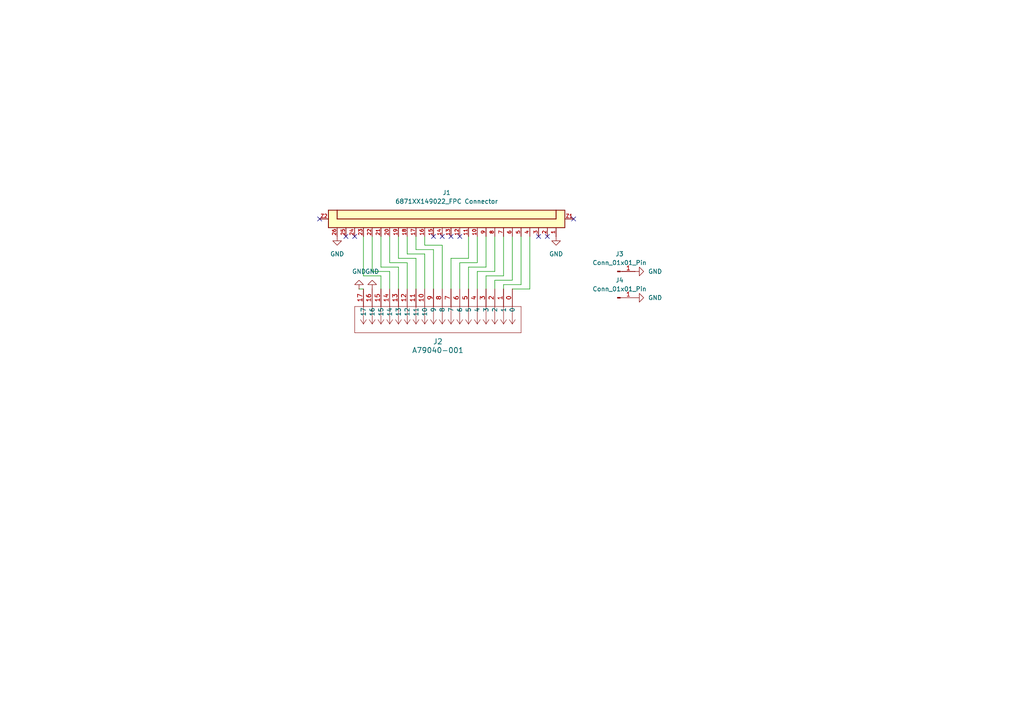
<source format=kicad_sch>
(kicad_sch
	(version 20250114)
	(generator "eeschema")
	(generator_version "9.0")
	(uuid "2c162d72-7e54-44b7-8007-614555c19f92")
	(paper "A4")
	(lib_symbols
		(symbol "18pin omnetics:A79040-001"
			(pin_names
				(offset 0.254)
			)
			(exclude_from_sim no)
			(in_bom yes)
			(on_board yes)
			(property "Reference" "J2"
				(at 15.24 -21.59 90)
				(effects
					(font
						(size 1.524 1.524)
					)
				)
			)
			(property "Value" "A79040-001"
				(at 17.78 -21.59 90)
				(effects
					(font
						(size 1.524 1.524)
					)
				)
			)
			(property "Footprint" "18pinOmnetics:CONN18_NPD-18-AA_OMN"
				(at 1.27 5.08 0)
				(effects
					(font
						(size 1.27 1.27)
						(italic yes)
					)
					(hide yes)
				)
			)
			(property "Datasheet" "A79040-001"
				(at 0 0 0)
				(effects
					(font
						(size 1.27 1.27)
						(italic yes)
					)
					(hide yes)
				)
			)
			(property "Description" ""
				(at 0 0 0)
				(effects
					(font
						(size 1.27 1.27)
					)
					(hide yes)
				)
			)
			(property "ki_locked" ""
				(at 0 0 0)
				(effects
					(font
						(size 1.27 1.27)
					)
				)
			)
			(property "ki_keywords" "A79040-001"
				(at 0 0 0)
				(effects
					(font
						(size 1.27 1.27)
					)
					(hide yes)
				)
			)
			(property "ki_fp_filters" "CONN18_NPD-18-AA_OMN"
				(at 0 0 0)
				(effects
					(font
						(size 1.27 1.27)
					)
					(hide yes)
				)
			)
			(symbol "A79040-001_1_1"
				(polyline
					(pts
						(xy 5.08 2.54) (xy 5.08 -45.72)
					)
					(stroke
						(width 0.127)
						(type default)
					)
					(fill
						(type none)
					)
				)
				(polyline
					(pts
						(xy 5.08 -45.72) (xy 12.7 -45.72)
					)
					(stroke
						(width 0.127)
						(type default)
					)
					(fill
						(type none)
					)
				)
				(polyline
					(pts
						(xy 10.16 0) (xy 5.08 0)
					)
					(stroke
						(width 0.127)
						(type default)
					)
					(fill
						(type none)
					)
				)
				(polyline
					(pts
						(xy 10.16 0) (xy 8.89 0.8467)
					)
					(stroke
						(width 0.127)
						(type default)
					)
					(fill
						(type none)
					)
				)
				(polyline
					(pts
						(xy 10.16 0) (xy 8.89 -0.8467)
					)
					(stroke
						(width 0.127)
						(type default)
					)
					(fill
						(type none)
					)
				)
				(polyline
					(pts
						(xy 10.16 -2.54) (xy 5.08 -2.54)
					)
					(stroke
						(width 0.127)
						(type default)
					)
					(fill
						(type none)
					)
				)
				(polyline
					(pts
						(xy 10.16 -2.54) (xy 8.89 -1.6933)
					)
					(stroke
						(width 0.127)
						(type default)
					)
					(fill
						(type none)
					)
				)
				(polyline
					(pts
						(xy 10.16 -2.54) (xy 8.89 -3.3867)
					)
					(stroke
						(width 0.127)
						(type default)
					)
					(fill
						(type none)
					)
				)
				(polyline
					(pts
						(xy 10.16 -5.08) (xy 5.08 -5.08)
					)
					(stroke
						(width 0.127)
						(type default)
					)
					(fill
						(type none)
					)
				)
				(polyline
					(pts
						(xy 10.16 -5.08) (xy 8.89 -4.2333)
					)
					(stroke
						(width 0.127)
						(type default)
					)
					(fill
						(type none)
					)
				)
				(polyline
					(pts
						(xy 10.16 -5.08) (xy 8.89 -5.9267)
					)
					(stroke
						(width 0.127)
						(type default)
					)
					(fill
						(type none)
					)
				)
				(polyline
					(pts
						(xy 10.16 -7.62) (xy 5.08 -7.62)
					)
					(stroke
						(width 0.127)
						(type default)
					)
					(fill
						(type none)
					)
				)
				(polyline
					(pts
						(xy 10.16 -7.62) (xy 8.89 -6.7733)
					)
					(stroke
						(width 0.127)
						(type default)
					)
					(fill
						(type none)
					)
				)
				(polyline
					(pts
						(xy 10.16 -7.62) (xy 8.89 -8.4667)
					)
					(stroke
						(width 0.127)
						(type default)
					)
					(fill
						(type none)
					)
				)
				(polyline
					(pts
						(xy 10.16 -10.16) (xy 5.08 -10.16)
					)
					(stroke
						(width 0.127)
						(type default)
					)
					(fill
						(type none)
					)
				)
				(polyline
					(pts
						(xy 10.16 -10.16) (xy 8.89 -9.3133)
					)
					(stroke
						(width 0.127)
						(type default)
					)
					(fill
						(type none)
					)
				)
				(polyline
					(pts
						(xy 10.16 -10.16) (xy 8.89 -11.0067)
					)
					(stroke
						(width 0.127)
						(type default)
					)
					(fill
						(type none)
					)
				)
				(polyline
					(pts
						(xy 10.16 -12.7) (xy 5.08 -12.7)
					)
					(stroke
						(width 0.127)
						(type default)
					)
					(fill
						(type none)
					)
				)
				(polyline
					(pts
						(xy 10.16 -12.7) (xy 8.89 -11.8533)
					)
					(stroke
						(width 0.127)
						(type default)
					)
					(fill
						(type none)
					)
				)
				(polyline
					(pts
						(xy 10.16 -12.7) (xy 8.89 -13.5467)
					)
					(stroke
						(width 0.127)
						(type default)
					)
					(fill
						(type none)
					)
				)
				(polyline
					(pts
						(xy 10.16 -15.24) (xy 5.08 -15.24)
					)
					(stroke
						(width 0.127)
						(type default)
					)
					(fill
						(type none)
					)
				)
				(polyline
					(pts
						(xy 10.16 -15.24) (xy 8.89 -14.3933)
					)
					(stroke
						(width 0.127)
						(type default)
					)
					(fill
						(type none)
					)
				)
				(polyline
					(pts
						(xy 10.16 -15.24) (xy 8.89 -16.0867)
					)
					(stroke
						(width 0.127)
						(type default)
					)
					(fill
						(type none)
					)
				)
				(polyline
					(pts
						(xy 10.16 -17.78) (xy 5.08 -17.78)
					)
					(stroke
						(width 0.127)
						(type default)
					)
					(fill
						(type none)
					)
				)
				(polyline
					(pts
						(xy 10.16 -17.78) (xy 8.89 -16.9333)
					)
					(stroke
						(width 0.127)
						(type default)
					)
					(fill
						(type none)
					)
				)
				(polyline
					(pts
						(xy 10.16 -17.78) (xy 8.89 -18.6267)
					)
					(stroke
						(width 0.127)
						(type default)
					)
					(fill
						(type none)
					)
				)
				(polyline
					(pts
						(xy 10.16 -20.32) (xy 5.08 -20.32)
					)
					(stroke
						(width 0.127)
						(type default)
					)
					(fill
						(type none)
					)
				)
				(polyline
					(pts
						(xy 10.16 -20.32) (xy 8.89 -19.4733)
					)
					(stroke
						(width 0.127)
						(type default)
					)
					(fill
						(type none)
					)
				)
				(polyline
					(pts
						(xy 10.16 -20.32) (xy 8.89 -21.1667)
					)
					(stroke
						(width 0.127)
						(type default)
					)
					(fill
						(type none)
					)
				)
				(polyline
					(pts
						(xy 10.16 -22.86) (xy 5.08 -22.86)
					)
					(stroke
						(width 0.127)
						(type default)
					)
					(fill
						(type none)
					)
				)
				(polyline
					(pts
						(xy 10.16 -22.86) (xy 8.89 -22.0133)
					)
					(stroke
						(width 0.127)
						(type default)
					)
					(fill
						(type none)
					)
				)
				(polyline
					(pts
						(xy 10.16 -22.86) (xy 8.89 -23.7067)
					)
					(stroke
						(width 0.127)
						(type default)
					)
					(fill
						(type none)
					)
				)
				(polyline
					(pts
						(xy 10.16 -25.4) (xy 5.08 -25.4)
					)
					(stroke
						(width 0.127)
						(type default)
					)
					(fill
						(type none)
					)
				)
				(polyline
					(pts
						(xy 10.16 -25.4) (xy 8.89 -24.5533)
					)
					(stroke
						(width 0.127)
						(type default)
					)
					(fill
						(type none)
					)
				)
				(polyline
					(pts
						(xy 10.16 -25.4) (xy 8.89 -26.2467)
					)
					(stroke
						(width 0.127)
						(type default)
					)
					(fill
						(type none)
					)
				)
				(polyline
					(pts
						(xy 10.16 -27.94) (xy 5.08 -27.94)
					)
					(stroke
						(width 0.127)
						(type default)
					)
					(fill
						(type none)
					)
				)
				(polyline
					(pts
						(xy 10.16 -27.94) (xy 8.89 -27.0933)
					)
					(stroke
						(width 0.127)
						(type default)
					)
					(fill
						(type none)
					)
				)
				(polyline
					(pts
						(xy 10.16 -27.94) (xy 8.89 -28.7867)
					)
					(stroke
						(width 0.127)
						(type default)
					)
					(fill
						(type none)
					)
				)
				(polyline
					(pts
						(xy 10.16 -30.48) (xy 5.08 -30.48)
					)
					(stroke
						(width 0.127)
						(type default)
					)
					(fill
						(type none)
					)
				)
				(polyline
					(pts
						(xy 10.16 -30.48) (xy 8.89 -29.6333)
					)
					(stroke
						(width 0.127)
						(type default)
					)
					(fill
						(type none)
					)
				)
				(polyline
					(pts
						(xy 10.16 -30.48) (xy 8.89 -31.3267)
					)
					(stroke
						(width 0.127)
						(type default)
					)
					(fill
						(type none)
					)
				)
				(polyline
					(pts
						(xy 10.16 -33.02) (xy 5.08 -33.02)
					)
					(stroke
						(width 0.127)
						(type default)
					)
					(fill
						(type none)
					)
				)
				(polyline
					(pts
						(xy 10.16 -33.02) (xy 8.89 -32.1733)
					)
					(stroke
						(width 0.127)
						(type default)
					)
					(fill
						(type none)
					)
				)
				(polyline
					(pts
						(xy 10.16 -33.02) (xy 8.89 -33.8667)
					)
					(stroke
						(width 0.127)
						(type default)
					)
					(fill
						(type none)
					)
				)
				(polyline
					(pts
						(xy 10.16 -35.56) (xy 5.08 -35.56)
					)
					(stroke
						(width 0.127)
						(type default)
					)
					(fill
						(type none)
					)
				)
				(polyline
					(pts
						(xy 10.16 -35.56) (xy 8.89 -34.7133)
					)
					(stroke
						(width 0.127)
						(type default)
					)
					(fill
						(type none)
					)
				)
				(polyline
					(pts
						(xy 10.16 -35.56) (xy 8.89 -36.4067)
					)
					(stroke
						(width 0.127)
						(type default)
					)
					(fill
						(type none)
					)
				)
				(polyline
					(pts
						(xy 10.16 -38.1) (xy 5.08 -38.1)
					)
					(stroke
						(width 0.127)
						(type default)
					)
					(fill
						(type none)
					)
				)
				(polyline
					(pts
						(xy 10.16 -38.1) (xy 8.89 -37.2533)
					)
					(stroke
						(width 0.127)
						(type default)
					)
					(fill
						(type none)
					)
				)
				(polyline
					(pts
						(xy 10.16 -38.1) (xy 8.89 -38.9467)
					)
					(stroke
						(width 0.127)
						(type default)
					)
					(fill
						(type none)
					)
				)
				(polyline
					(pts
						(xy 10.16 -40.64) (xy 5.08 -40.64)
					)
					(stroke
						(width 0.127)
						(type default)
					)
					(fill
						(type none)
					)
				)
				(polyline
					(pts
						(xy 10.16 -40.64) (xy 8.89 -39.7933)
					)
					(stroke
						(width 0.127)
						(type default)
					)
					(fill
						(type none)
					)
				)
				(polyline
					(pts
						(xy 10.16 -40.64) (xy 8.89 -41.4867)
					)
					(stroke
						(width 0.127)
						(type default)
					)
					(fill
						(type none)
					)
				)
				(polyline
					(pts
						(xy 10.16 -43.18) (xy 5.08 -43.18)
					)
					(stroke
						(width 0.127)
						(type default)
					)
					(fill
						(type none)
					)
				)
				(polyline
					(pts
						(xy 10.16 -43.18) (xy 8.89 -42.3333)
					)
					(stroke
						(width 0.127)
						(type default)
					)
					(fill
						(type none)
					)
				)
				(polyline
					(pts
						(xy 10.16 -43.18) (xy 8.89 -44.0267)
					)
					(stroke
						(width 0.127)
						(type default)
					)
					(fill
						(type none)
					)
				)
				(polyline
					(pts
						(xy 12.7 2.54) (xy 5.08 2.54)
					)
					(stroke
						(width 0.127)
						(type default)
					)
					(fill
						(type none)
					)
				)
				(polyline
					(pts
						(xy 12.7 -45.72) (xy 12.7 2.54)
					)
					(stroke
						(width 0.127)
						(type default)
					)
					(fill
						(type none)
					)
				)
				(pin unspecified line
					(at 0 0 0)
					(length 5.08)
					(name "0"
						(effects
							(font
								(size 1.27 1.27)
							)
						)
					)
					(number "0"
						(effects
							(font
								(size 1.27 1.27)
							)
						)
					)
				)
				(pin unspecified line
					(at 0 -2.54 0)
					(length 5.08)
					(name "1"
						(effects
							(font
								(size 1.27 1.27)
							)
						)
					)
					(number "1"
						(effects
							(font
								(size 1.27 1.27)
							)
						)
					)
				)
				(pin unspecified line
					(at 0 -5.08 0)
					(length 5.08)
					(name "2"
						(effects
							(font
								(size 1.27 1.27)
							)
						)
					)
					(number "2"
						(effects
							(font
								(size 1.27 1.27)
							)
						)
					)
				)
				(pin unspecified line
					(at 0 -7.62 0)
					(length 5.08)
					(name "3"
						(effects
							(font
								(size 1.27 1.27)
							)
						)
					)
					(number "3"
						(effects
							(font
								(size 1.27 1.27)
							)
						)
					)
				)
				(pin unspecified line
					(at 0 -10.16 0)
					(length 5.08)
					(name "4"
						(effects
							(font
								(size 1.27 1.27)
							)
						)
					)
					(number "4"
						(effects
							(font
								(size 1.27 1.27)
							)
						)
					)
				)
				(pin unspecified line
					(at 0 -12.7 0)
					(length 5.08)
					(name "5"
						(effects
							(font
								(size 1.27 1.27)
							)
						)
					)
					(number "5"
						(effects
							(font
								(size 1.27 1.27)
							)
						)
					)
				)
				(pin unspecified line
					(at 0 -15.24 0)
					(length 5.08)
					(name "6"
						(effects
							(font
								(size 1.27 1.27)
							)
						)
					)
					(number "6"
						(effects
							(font
								(size 1.27 1.27)
							)
						)
					)
				)
				(pin unspecified line
					(at 0 -17.78 0)
					(length 5.08)
					(name "7"
						(effects
							(font
								(size 1.27 1.27)
							)
						)
					)
					(number "7"
						(effects
							(font
								(size 1.27 1.27)
							)
						)
					)
				)
				(pin unspecified line
					(at 0 -20.32 0)
					(length 5.08)
					(name "8"
						(effects
							(font
								(size 1.27 1.27)
							)
						)
					)
					(number "8"
						(effects
							(font
								(size 1.27 1.27)
							)
						)
					)
				)
				(pin unspecified line
					(at 0 -22.86 0)
					(length 5.08)
					(name "9"
						(effects
							(font
								(size 1.27 1.27)
							)
						)
					)
					(number "9"
						(effects
							(font
								(size 1.27 1.27)
							)
						)
					)
				)
				(pin unspecified line
					(at 0 -25.4 0)
					(length 5.08)
					(name "10"
						(effects
							(font
								(size 1.27 1.27)
							)
						)
					)
					(number "10"
						(effects
							(font
								(size 1.27 1.27)
							)
						)
					)
				)
				(pin unspecified line
					(at 0 -27.94 0)
					(length 5.08)
					(name "11"
						(effects
							(font
								(size 1.27 1.27)
							)
						)
					)
					(number "11"
						(effects
							(font
								(size 1.27 1.27)
							)
						)
					)
				)
				(pin unspecified line
					(at 0 -30.48 0)
					(length 5.08)
					(name "12"
						(effects
							(font
								(size 1.27 1.27)
							)
						)
					)
					(number "12"
						(effects
							(font
								(size 1.27 1.27)
							)
						)
					)
				)
				(pin unspecified line
					(at 0 -33.02 0)
					(length 5.08)
					(name "13"
						(effects
							(font
								(size 1.27 1.27)
							)
						)
					)
					(number "13"
						(effects
							(font
								(size 1.27 1.27)
							)
						)
					)
				)
				(pin unspecified line
					(at 0 -35.56 0)
					(length 5.08)
					(name "14"
						(effects
							(font
								(size 1.27 1.27)
							)
						)
					)
					(number "14"
						(effects
							(font
								(size 1.27 1.27)
							)
						)
					)
				)
				(pin unspecified line
					(at 0 -38.1 0)
					(length 5.08)
					(name "15"
						(effects
							(font
								(size 1.27 1.27)
							)
						)
					)
					(number "15"
						(effects
							(font
								(size 1.27 1.27)
							)
						)
					)
				)
				(pin unspecified line
					(at 0 -40.64 0)
					(length 5.08)
					(name "16"
						(effects
							(font
								(size 1.27 1.27)
							)
						)
					)
					(number "16"
						(effects
							(font
								(size 1.27 1.27)
							)
						)
					)
				)
				(pin unspecified line
					(at 0 -43.18 0)
					(length 5.08)
					(name "17"
						(effects
							(font
								(size 1.27 1.27)
							)
						)
					)
					(number "17"
						(effects
							(font
								(size 1.27 1.27)
							)
						)
					)
				)
			)
			(symbol "A79040-001_1_2"
				(polyline
					(pts
						(xy 5.08 2.54) (xy 5.08 -45.72)
					)
					(stroke
						(width 0.127)
						(type default)
					)
					(fill
						(type none)
					)
				)
				(polyline
					(pts
						(xy 5.08 -45.72) (xy 12.7 -45.72)
					)
					(stroke
						(width 0.127)
						(type default)
					)
					(fill
						(type none)
					)
				)
				(polyline
					(pts
						(xy 7.62 0) (xy 5.08 0)
					)
					(stroke
						(width 0.127)
						(type default)
					)
					(fill
						(type none)
					)
				)
				(polyline
					(pts
						(xy 7.62 0) (xy 8.89 0.8467)
					)
					(stroke
						(width 0.127)
						(type default)
					)
					(fill
						(type none)
					)
				)
				(polyline
					(pts
						(xy 7.62 0) (xy 8.89 -0.8467)
					)
					(stroke
						(width 0.127)
						(type default)
					)
					(fill
						(type none)
					)
				)
				(polyline
					(pts
						(xy 7.62 -2.54) (xy 5.08 -2.54)
					)
					(stroke
						(width 0.127)
						(type default)
					)
					(fill
						(type none)
					)
				)
				(polyline
					(pts
						(xy 7.62 -2.54) (xy 8.89 -1.6933)
					)
					(stroke
						(width 0.127)
						(type default)
					)
					(fill
						(type none)
					)
				)
				(polyline
					(pts
						(xy 7.62 -2.54) (xy 8.89 -3.3867)
					)
					(stroke
						(width 0.127)
						(type default)
					)
					(fill
						(type none)
					)
				)
				(polyline
					(pts
						(xy 7.62 -5.08) (xy 5.08 -5.08)
					)
					(stroke
						(width 0.127)
						(type default)
					)
					(fill
						(type none)
					)
				)
				(polyline
					(pts
						(xy 7.62 -5.08) (xy 8.89 -4.2333)
					)
					(stroke
						(width 0.127)
						(type default)
					)
					(fill
						(type none)
					)
				)
				(polyline
					(pts
						(xy 7.62 -5.08) (xy 8.89 -5.9267)
					)
					(stroke
						(width 0.127)
						(type default)
					)
					(fill
						(type none)
					)
				)
				(polyline
					(pts
						(xy 7.62 -7.62) (xy 5.08 -7.62)
					)
					(stroke
						(width 0.127)
						(type default)
					)
					(fill
						(type none)
					)
				)
				(polyline
					(pts
						(xy 7.62 -7.62) (xy 8.89 -6.7733)
					)
					(stroke
						(width 0.127)
						(type default)
					)
					(fill
						(type none)
					)
				)
				(polyline
					(pts
						(xy 7.62 -7.62) (xy 8.89 -8.4667)
					)
					(stroke
						(width 0.127)
						(type default)
					)
					(fill
						(type none)
					)
				)
				(polyline
					(pts
						(xy 7.62 -10.16) (xy 5.08 -10.16)
					)
					(stroke
						(width 0.127)
						(type default)
					)
					(fill
						(type none)
					)
				)
				(polyline
					(pts
						(xy 7.62 -10.16) (xy 8.89 -9.3133)
					)
					(stroke
						(width 0.127)
						(type default)
					)
					(fill
						(type none)
					)
				)
				(polyline
					(pts
						(xy 7.62 -10.16) (xy 8.89 -11.0067)
					)
					(stroke
						(width 0.127)
						(type default)
					)
					(fill
						(type none)
					)
				)
				(polyline
					(pts
						(xy 7.62 -12.7) (xy 5.08 -12.7)
					)
					(stroke
						(width 0.127)
						(type default)
					)
					(fill
						(type none)
					)
				)
				(polyline
					(pts
						(xy 7.62 -12.7) (xy 8.89 -11.8533)
					)
					(stroke
						(width 0.127)
						(type default)
					)
					(fill
						(type none)
					)
				)
				(polyline
					(pts
						(xy 7.62 -12.7) (xy 8.89 -13.5467)
					)
					(stroke
						(width 0.127)
						(type default)
					)
					(fill
						(type none)
					)
				)
				(polyline
					(pts
						(xy 7.62 -15.24) (xy 5.08 -15.24)
					)
					(stroke
						(width 0.127)
						(type default)
					)
					(fill
						(type none)
					)
				)
				(polyline
					(pts
						(xy 7.62 -15.24) (xy 8.89 -14.3933)
					)
					(stroke
						(width 0.127)
						(type default)
					)
					(fill
						(type none)
					)
				)
				(polyline
					(pts
						(xy 7.62 -15.24) (xy 8.89 -16.0867)
					)
					(stroke
						(width 0.127)
						(type default)
					)
					(fill
						(type none)
					)
				)
				(polyline
					(pts
						(xy 7.62 -17.78) (xy 5.08 -17.78)
					)
					(stroke
						(width 0.127)
						(type default)
					)
					(fill
						(type none)
					)
				)
				(polyline
					(pts
						(xy 7.62 -17.78) (xy 8.89 -16.9333)
					)
					(stroke
						(width 0.127)
						(type default)
					)
					(fill
						(type none)
					)
				)
				(polyline
					(pts
						(xy 7.62 -17.78) (xy 8.89 -18.6267)
					)
					(stroke
						(width 0.127)
						(type default)
					)
					(fill
						(type none)
					)
				)
				(polyline
					(pts
						(xy 7.62 -20.32) (xy 5.08 -20.32)
					)
					(stroke
						(width 0.127)
						(type default)
					)
					(fill
						(type none)
					)
				)
				(polyline
					(pts
						(xy 7.62 -20.32) (xy 8.89 -19.4733)
					)
					(stroke
						(width 0.127)
						(type default)
					)
					(fill
						(type none)
					)
				)
				(polyline
					(pts
						(xy 7.62 -20.32) (xy 8.89 -21.1667)
					)
					(stroke
						(width 0.127)
						(type default)
					)
					(fill
						(type none)
					)
				)
				(polyline
					(pts
						(xy 7.62 -22.86) (xy 5.08 -22.86)
					)
					(stroke
						(width 0.127)
						(type default)
					)
					(fill
						(type none)
					)
				)
				(polyline
					(pts
						(xy 7.62 -22.86) (xy 8.89 -22.0133)
					)
					(stroke
						(width 0.127)
						(type default)
					)
					(fill
						(type none)
					)
				)
				(polyline
					(pts
						(xy 7.62 -22.86) (xy 8.89 -23.7067)
					)
					(stroke
						(width 0.127)
						(type default)
					)
					(fill
						(type none)
					)
				)
				(polyline
					(pts
						(xy 7.62 -25.4) (xy 5.08 -25.4)
					)
					(stroke
						(width 0.127)
						(type default)
					)
					(fill
						(type none)
					)
				)
				(polyline
					(pts
						(xy 7.62 -25.4) (xy 8.89 -24.5533)
					)
					(stroke
						(width 0.127)
						(type default)
					)
					(fill
						(type none)
					)
				)
				(polyline
					(pts
						(xy 7.62 -25.4) (xy 8.89 -26.2467)
					)
					(stroke
						(width 0.127)
						(type default)
					)
					(fill
						(type none)
					)
				)
				(polyline
					(pts
						(xy 7.62 -27.94) (xy 5.08 -27.94)
					)
					(stroke
						(width 0.127)
						(type default)
					)
					(fill
						(type none)
					)
				)
				(polyline
					(pts
						(xy 7.62 -27.94) (xy 8.89 -27.0933)
					)
					(stroke
						(width 0.127)
						(type default)
					)
					(fill
						(type none)
					)
				)
				(polyline
					(pts
						(xy 7.62 -27.94) (xy 8.89 -28.7867)
					)
					(stroke
						(width 0.127)
						(type default)
					)
					(fill
						(type none)
					)
				)
				(polyline
					(pts
						(xy 7.62 -30.48) (xy 5.08 -30.48)
					)
					(stroke
						(width 0.127)
						(type default)
					)
					(fill
						(type none)
					)
				)
				(polyline
					(pts
						(xy 7.62 -30.48) (xy 8.89 -29.6333)
					)
					(stroke
						(width 0.127)
						(type default)
					)
					(fill
						(type none)
					)
				)
				(polyline
					(pts
						(xy 7.62 -30.48) (xy 8.89 -31.3267)
					)
					(stroke
						(width 0.127)
						(type default)
					)
					(fill
						(type none)
					)
				)
				(polyline
					(pts
						(xy 7.62 -33.02) (xy 5.08 -33.02)
					)
					(stroke
						(width 0.127)
						(type default)
					)
					(fill
						(type none)
					)
				)
				(polyline
					(pts
						(xy 7.62 -33.02) (xy 8.89 -32.1733)
					)
					(stroke
						(width 0.127)
						(type default)
					)
					(fill
						(type none)
					)
				)
				(polyline
					(pts
						(xy 7.62 -33.02) (xy 8.89 -33.8667)
					)
					(stroke
						(width 0.127)
						(type default)
					)
					(fill
						(type none)
					)
				)
				(polyline
					(pts
						(xy 7.62 -35.56) (xy 5.08 -35.56)
					)
					(stroke
						(width 0.127)
						(type default)
					)
					(fill
						(type none)
					)
				)
				(polyline
					(pts
						(xy 7.62 -35.56) (xy 8.89 -34.7133)
					)
					(stroke
						(width 0.127)
						(type default)
					)
					(fill
						(type none)
					)
				)
				(polyline
					(pts
						(xy 7.62 -35.56) (xy 8.89 -36.4067)
					)
					(stroke
						(width 0.127)
						(type default)
					)
					(fill
						(type none)
					)
				)
				(polyline
					(pts
						(xy 7.62 -38.1) (xy 5.08 -38.1)
					)
					(stroke
						(width 0.127)
						(type default)
					)
					(fill
						(type none)
					)
				)
				(polyline
					(pts
						(xy 7.62 -38.1) (xy 8.89 -37.2533)
					)
					(stroke
						(width 0.127)
						(type default)
					)
					(fill
						(type none)
					)
				)
				(polyline
					(pts
						(xy 7.62 -38.1) (xy 8.89 -38.9467)
					)
					(stroke
						(width 0.127)
						(type default)
					)
					(fill
						(type none)
					)
				)
				(polyline
					(pts
						(xy 7.62 -40.64) (xy 5.08 -40.64)
					)
					(stroke
						(width 0.127)
						(type default)
					)
					(fill
						(type none)
					)
				)
				(polyline
					(pts
						(xy 7.62 -40.64) (xy 8.89 -39.7933)
					)
					(stroke
						(width 0.127)
						(type default)
					)
					(fill
						(type none)
					)
				)
				(polyline
					(pts
						(xy 7.62 -40.64) (xy 8.89 -41.4867)
					)
					(stroke
						(width 0.127)
						(type default)
					)
					(fill
						(type none)
					)
				)
				(polyline
					(pts
						(xy 7.62 -43.18) (xy 5.08 -43.18)
					)
					(stroke
						(width 0.127)
						(type default)
					)
					(fill
						(type none)
					)
				)
				(polyline
					(pts
						(xy 7.62 -43.18) (xy 8.89 -42.3333)
					)
					(stroke
						(width 0.127)
						(type default)
					)
					(fill
						(type none)
					)
				)
				(polyline
					(pts
						(xy 7.62 -43.18) (xy 8.89 -44.0267)
					)
					(stroke
						(width 0.127)
						(type default)
					)
					(fill
						(type none)
					)
				)
				(polyline
					(pts
						(xy 12.7 2.54) (xy 5.08 2.54)
					)
					(stroke
						(width 0.127)
						(type default)
					)
					(fill
						(type none)
					)
				)
				(polyline
					(pts
						(xy 12.7 -45.72) (xy 12.7 2.54)
					)
					(stroke
						(width 0.127)
						(type default)
					)
					(fill
						(type none)
					)
				)
				(pin unspecified line
					(at 0 0 0)
					(length 5.08)
					(name "1"
						(effects
							(font
								(size 1.27 1.27)
							)
						)
					)
					(number "1"
						(effects
							(font
								(size 1.27 1.27)
							)
						)
					)
				)
				(pin unspecified line
					(at 0 -2.54 0)
					(length 5.08)
					(name "2"
						(effects
							(font
								(size 1.27 1.27)
							)
						)
					)
					(number "2"
						(effects
							(font
								(size 1.27 1.27)
							)
						)
					)
				)
				(pin unspecified line
					(at 0 -5.08 0)
					(length 5.08)
					(name "3"
						(effects
							(font
								(size 1.27 1.27)
							)
						)
					)
					(number "3"
						(effects
							(font
								(size 1.27 1.27)
							)
						)
					)
				)
				(pin unspecified line
					(at 0 -7.62 0)
					(length 5.08)
					(name "4"
						(effects
							(font
								(size 1.27 1.27)
							)
						)
					)
					(number "4"
						(effects
							(font
								(size 1.27 1.27)
							)
						)
					)
				)
				(pin unspecified line
					(at 0 -10.16 0)
					(length 5.08)
					(name "5"
						(effects
							(font
								(size 1.27 1.27)
							)
						)
					)
					(number "5"
						(effects
							(font
								(size 1.27 1.27)
							)
						)
					)
				)
				(pin unspecified line
					(at 0 -12.7 0)
					(length 5.08)
					(name "6"
						(effects
							(font
								(size 1.27 1.27)
							)
						)
					)
					(number "6"
						(effects
							(font
								(size 1.27 1.27)
							)
						)
					)
				)
				(pin unspecified line
					(at 0 -15.24 0)
					(length 5.08)
					(name "7"
						(effects
							(font
								(size 1.27 1.27)
							)
						)
					)
					(number "7"
						(effects
							(font
								(size 1.27 1.27)
							)
						)
					)
				)
				(pin unspecified line
					(at 0 -17.78 0)
					(length 5.08)
					(name "8"
						(effects
							(font
								(size 1.27 1.27)
							)
						)
					)
					(number "8"
						(effects
							(font
								(size 1.27 1.27)
							)
						)
					)
				)
				(pin unspecified line
					(at 0 -20.32 0)
					(length 5.08)
					(name "9"
						(effects
							(font
								(size 1.27 1.27)
							)
						)
					)
					(number "9"
						(effects
							(font
								(size 1.27 1.27)
							)
						)
					)
				)
				(pin unspecified line
					(at 0 -22.86 0)
					(length 5.08)
					(name "10"
						(effects
							(font
								(size 1.27 1.27)
							)
						)
					)
					(number "10"
						(effects
							(font
								(size 1.27 1.27)
							)
						)
					)
				)
				(pin unspecified line
					(at 0 -25.4 0)
					(length 5.08)
					(name "11"
						(effects
							(font
								(size 1.27 1.27)
							)
						)
					)
					(number "11"
						(effects
							(font
								(size 1.27 1.27)
							)
						)
					)
				)
				(pin unspecified line
					(at 0 -27.94 0)
					(length 5.08)
					(name "12"
						(effects
							(font
								(size 1.27 1.27)
							)
						)
					)
					(number "12"
						(effects
							(font
								(size 1.27 1.27)
							)
						)
					)
				)
				(pin unspecified line
					(at 0 -30.48 0)
					(length 5.08)
					(name "13"
						(effects
							(font
								(size 1.27 1.27)
							)
						)
					)
					(number "13"
						(effects
							(font
								(size 1.27 1.27)
							)
						)
					)
				)
				(pin unspecified line
					(at 0 -33.02 0)
					(length 5.08)
					(name "14"
						(effects
							(font
								(size 1.27 1.27)
							)
						)
					)
					(number "14"
						(effects
							(font
								(size 1.27 1.27)
							)
						)
					)
				)
				(pin unspecified line
					(at 0 -35.56 0)
					(length 5.08)
					(name "15"
						(effects
							(font
								(size 1.27 1.27)
							)
						)
					)
					(number "15"
						(effects
							(font
								(size 1.27 1.27)
							)
						)
					)
				)
				(pin unspecified line
					(at 0 -38.1 0)
					(length 5.08)
					(name "16"
						(effects
							(font
								(size 1.27 1.27)
							)
						)
					)
					(number "16"
						(effects
							(font
								(size 1.27 1.27)
							)
						)
					)
				)
				(pin unspecified line
					(at 0 -40.64 0)
					(length 5.08)
					(name "17"
						(effects
							(font
								(size 1.27 1.27)
							)
						)
					)
					(number "17"
						(effects
							(font
								(size 1.27 1.27)
							)
						)
					)
				)
				(pin unspecified line
					(at 0 -43.18 0)
					(length 5.08)
					(name "18"
						(effects
							(font
								(size 1.27 1.27)
							)
						)
					)
					(number "18"
						(effects
							(font
								(size 1.27 1.27)
							)
						)
					)
				)
			)
			(embedded_fonts no)
		)
		(symbol "6871XX149022_687126149022:6871XX149022_FPC Connector"
			(pin_names
				(offset 1.016)
			)
			(exclude_from_sim no)
			(in_bom yes)
			(on_board yes)
			(property "Reference" "J"
				(at -1.27 3.048 0)
				(effects
					(font
						(size 1.27 1.27)
					)
					(justify bottom)
				)
			)
			(property "Value" "6871XX149022_FPC Connector"
				(at 31.45 -5.08 0)
				(effects
					(font
						(size 1.27 1.27)
					)
					(justify left bottom)
				)
			)
			(property "Footprint" "6871XX149022_687126149022:687126149022"
				(at 0 0 0)
				(effects
					(font
						(size 1.27 1.27)
					)
					(justify bottom)
					(hide yes)
				)
			)
			(property "Datasheet" ""
				(at 0 0 0)
				(effects
					(font
						(size 1.27 1.27)
					)
					(hide yes)
				)
			)
			(property "Description" ""
				(at 0 0 0)
				(effects
					(font
						(size 1.27 1.27)
					)
					(hide yes)
				)
			)
			(property "MF" "Würth Elektronik"
				(at 0 0 0)
				(effects
					(font
						(size 1.27 1.27)
					)
					(justify bottom)
					(hide yes)
				)
			)
			(property "Description_1" "26 Position FFC, FPC Connector Contacts, Bottom 0.020 (0.50mm) Surface Mount, Right Angle"
				(at 0 0 0)
				(effects
					(font
						(size 1.27 1.27)
					)
					(justify bottom)
					(hide yes)
				)
			)
			(property "Package" "None"
				(at 0 0 0)
				(effects
					(font
						(size 1.27 1.27)
					)
					(justify bottom)
					(hide yes)
				)
			)
			(property "Price" "None"
				(at 0 0 0)
				(effects
					(font
						(size 1.27 1.27)
					)
					(justify bottom)
					(hide yes)
				)
			)
			(property "SnapEDA_Link" "https://www.snapeda.com/parts/687126149022/W%25C3%25BCrth+Elektronik+Midcom/view-part/?ref=snap"
				(at -0.508 6.604 0)
				(effects
					(font
						(size 1.27 1.27)
					)
					(justify bottom)
					(hide yes)
				)
			)
			(property "MP" "687126149022"
				(at 0 0 0)
				(effects
					(font
						(size 1.27 1.27)
					)
					(justify bottom)
					(hide yes)
				)
			)
			(property "Availability" "In Stock"
				(at 0 0 0)
				(effects
					(font
						(size 1.27 1.27)
					)
					(justify bottom)
					(hide yes)
				)
			)
			(property "Check_prices" "https://www.snapeda.com/parts/687126149022/W%25C3%25BCrth+Elektronik+Midcom/view-part/?ref=eda"
				(at -2.54 4.064 0)
				(effects
					(font
						(size 1.27 1.27)
					)
					(justify bottom)
					(hide yes)
				)
			)
			(symbol "6871XX149022_FPC Connector_0_0"
				(rectangle
					(start -35.56 -2.54)
					(end 33.02 2.54)
					(stroke
						(width 0.254)
						(type default)
					)
					(fill
						(type background)
					)
				)
				(polyline
					(pts
						(xy -33.02 2.54) (xy -33.02 0)
					)
					(stroke
						(width 0.254)
						(type default)
					)
					(fill
						(type none)
					)
				)
				(polyline
					(pts
						(xy -33.02 0) (xy 30.48 0)
					)
					(stroke
						(width 0.254)
						(type default)
					)
					(fill
						(type none)
					)
				)
				(polyline
					(pts
						(xy 30.48 0) (xy 30.48 2.54)
					)
					(stroke
						(width 0.254)
						(type default)
					)
					(fill
						(type none)
					)
				)
				(pin passive line
					(at -38.1 0 0)
					(length 2.54)
					(name "~"
						(effects
							(font
								(size 1.016 1.016)
							)
						)
					)
					(number "Z2"
						(effects
							(font
								(size 1.016 1.016)
							)
						)
					)
				)
				(pin passive line
					(at -33.02 -5.08 90)
					(length 2.54)
					(name "~"
						(effects
							(font
								(size 1.016 1.016)
							)
						)
					)
					(number "26"
						(effects
							(font
								(size 1.016 1.016)
							)
						)
					)
				)
				(pin passive line
					(at -30.48 -5.08 90)
					(length 2.54)
					(name "~"
						(effects
							(font
								(size 1.016 1.016)
							)
						)
					)
					(number "25"
						(effects
							(font
								(size 1.016 1.016)
							)
						)
					)
				)
				(pin passive line
					(at -27.94 -5.08 90)
					(length 2.54)
					(name "~"
						(effects
							(font
								(size 1.016 1.016)
							)
						)
					)
					(number "24"
						(effects
							(font
								(size 1.016 1.016)
							)
						)
					)
				)
				(pin passive line
					(at -25.4 -5.08 90)
					(length 2.54)
					(name "~"
						(effects
							(font
								(size 1.016 1.016)
							)
						)
					)
					(number "23"
						(effects
							(font
								(size 1.016 1.016)
							)
						)
					)
				)
				(pin passive line
					(at -22.86 -5.08 90)
					(length 2.54)
					(name "~"
						(effects
							(font
								(size 1.016 1.016)
							)
						)
					)
					(number "22"
						(effects
							(font
								(size 1.016 1.016)
							)
						)
					)
				)
				(pin passive line
					(at -20.32 -5.08 90)
					(length 2.54)
					(name "~"
						(effects
							(font
								(size 1.016 1.016)
							)
						)
					)
					(number "21"
						(effects
							(font
								(size 1.016 1.016)
							)
						)
					)
				)
				(pin passive line
					(at -17.78 -5.08 90)
					(length 2.54)
					(name "~"
						(effects
							(font
								(size 1.016 1.016)
							)
						)
					)
					(number "20"
						(effects
							(font
								(size 1.016 1.016)
							)
						)
					)
				)
				(pin passive line
					(at -15.24 -5.08 90)
					(length 2.54)
					(name "~"
						(effects
							(font
								(size 1.016 1.016)
							)
						)
					)
					(number "19"
						(effects
							(font
								(size 1.016 1.016)
							)
						)
					)
				)
				(pin passive line
					(at -12.7 -5.08 90)
					(length 2.54)
					(name "~"
						(effects
							(font
								(size 1.016 1.016)
							)
						)
					)
					(number "18"
						(effects
							(font
								(size 1.016 1.016)
							)
						)
					)
				)
				(pin passive line
					(at -10.16 -5.08 90)
					(length 2.54)
					(name "~"
						(effects
							(font
								(size 1.016 1.016)
							)
						)
					)
					(number "17"
						(effects
							(font
								(size 1.016 1.016)
							)
						)
					)
				)
				(pin passive line
					(at -7.62 -5.08 90)
					(length 2.54)
					(name "~"
						(effects
							(font
								(size 1.016 1.016)
							)
						)
					)
					(number "16"
						(effects
							(font
								(size 1.016 1.016)
							)
						)
					)
				)
				(pin passive line
					(at -5.08 -5.08 90)
					(length 2.54)
					(name "~"
						(effects
							(font
								(size 1.016 1.016)
							)
						)
					)
					(number "15"
						(effects
							(font
								(size 1.016 1.016)
							)
						)
					)
				)
				(pin passive line
					(at -2.54 -5.08 90)
					(length 2.54)
					(name "~"
						(effects
							(font
								(size 1.016 1.016)
							)
						)
					)
					(number "14"
						(effects
							(font
								(size 1.016 1.016)
							)
						)
					)
				)
				(pin passive line
					(at 0 -5.08 90)
					(length 2.54)
					(name "~"
						(effects
							(font
								(size 1.016 1.016)
							)
						)
					)
					(number "13"
						(effects
							(font
								(size 1.016 1.016)
							)
						)
					)
				)
				(pin passive line
					(at 2.54 -5.08 90)
					(length 2.54)
					(name "~"
						(effects
							(font
								(size 1.016 1.016)
							)
						)
					)
					(number "12"
						(effects
							(font
								(size 1.016 1.016)
							)
						)
					)
				)
				(pin passive line
					(at 5.08 -5.08 90)
					(length 2.54)
					(name "~"
						(effects
							(font
								(size 1.016 1.016)
							)
						)
					)
					(number "11"
						(effects
							(font
								(size 1.016 1.016)
							)
						)
					)
				)
				(pin passive line
					(at 7.62 -5.08 90)
					(length 2.54)
					(name "~"
						(effects
							(font
								(size 1.016 1.016)
							)
						)
					)
					(number "10"
						(effects
							(font
								(size 1.016 1.016)
							)
						)
					)
				)
				(pin passive line
					(at 10.16 -5.08 90)
					(length 2.54)
					(name "~"
						(effects
							(font
								(size 1.016 1.016)
							)
						)
					)
					(number "9"
						(effects
							(font
								(size 1.016 1.016)
							)
						)
					)
				)
				(pin passive line
					(at 12.7 -5.08 90)
					(length 2.54)
					(name "~"
						(effects
							(font
								(size 1.016 1.016)
							)
						)
					)
					(number "8"
						(effects
							(font
								(size 1.016 1.016)
							)
						)
					)
				)
				(pin passive line
					(at 15.24 -5.08 90)
					(length 2.54)
					(name "~"
						(effects
							(font
								(size 1.016 1.016)
							)
						)
					)
					(number "7"
						(effects
							(font
								(size 1.016 1.016)
							)
						)
					)
				)
				(pin passive line
					(at 17.78 -5.08 90)
					(length 2.54)
					(name "~"
						(effects
							(font
								(size 1.016 1.016)
							)
						)
					)
					(number "6"
						(effects
							(font
								(size 1.016 1.016)
							)
						)
					)
				)
				(pin passive line
					(at 20.32 -5.08 90)
					(length 2.54)
					(name "~"
						(effects
							(font
								(size 1.016 1.016)
							)
						)
					)
					(number "5"
						(effects
							(font
								(size 1.016 1.016)
							)
						)
					)
				)
				(pin passive line
					(at 22.86 -5.08 90)
					(length 2.54)
					(name "~"
						(effects
							(font
								(size 1.016 1.016)
							)
						)
					)
					(number "4"
						(effects
							(font
								(size 1.016 1.016)
							)
						)
					)
				)
				(pin passive line
					(at 25.4 -5.08 90)
					(length 2.54)
					(name "~"
						(effects
							(font
								(size 1.016 1.016)
							)
						)
					)
					(number "3"
						(effects
							(font
								(size 1.016 1.016)
							)
						)
					)
				)
				(pin passive line
					(at 27.94 -5.08 90)
					(length 2.54)
					(name "~"
						(effects
							(font
								(size 1.016 1.016)
							)
						)
					)
					(number "2"
						(effects
							(font
								(size 1.016 1.016)
							)
						)
					)
				)
				(pin passive line
					(at 30.48 -5.08 90)
					(length 2.54)
					(name "~"
						(effects
							(font
								(size 1.016 1.016)
							)
						)
					)
					(number "1"
						(effects
							(font
								(size 1.016 1.016)
							)
						)
					)
				)
				(pin passive line
					(at 35.56 0 180)
					(length 2.54)
					(name "~"
						(effects
							(font
								(size 1.016 1.016)
							)
						)
					)
					(number "Z1"
						(effects
							(font
								(size 1.016 1.016)
							)
						)
					)
				)
			)
			(embedded_fonts no)
		)
		(symbol "Connector:Conn_01x01_Pin"
			(pin_names
				(offset 1.016)
				(hide yes)
			)
			(exclude_from_sim no)
			(in_bom yes)
			(on_board yes)
			(property "Reference" "J"
				(at 0 2.54 0)
				(effects
					(font
						(size 1.27 1.27)
					)
				)
			)
			(property "Value" "Conn_01x01_Pin"
				(at 0 -2.54 0)
				(effects
					(font
						(size 1.27 1.27)
					)
				)
			)
			(property "Footprint" ""
				(at 0 0 0)
				(effects
					(font
						(size 1.27 1.27)
					)
					(hide yes)
				)
			)
			(property "Datasheet" "~"
				(at 0 0 0)
				(effects
					(font
						(size 1.27 1.27)
					)
					(hide yes)
				)
			)
			(property "Description" "Generic connector, single row, 01x01, script generated"
				(at 0 0 0)
				(effects
					(font
						(size 1.27 1.27)
					)
					(hide yes)
				)
			)
			(property "ki_locked" ""
				(at 0 0 0)
				(effects
					(font
						(size 1.27 1.27)
					)
				)
			)
			(property "ki_keywords" "connector"
				(at 0 0 0)
				(effects
					(font
						(size 1.27 1.27)
					)
					(hide yes)
				)
			)
			(property "ki_fp_filters" "Connector*:*_1x??_*"
				(at 0 0 0)
				(effects
					(font
						(size 1.27 1.27)
					)
					(hide yes)
				)
			)
			(symbol "Conn_01x01_Pin_1_1"
				(rectangle
					(start 0.8636 0.127)
					(end 0 -0.127)
					(stroke
						(width 0.1524)
						(type default)
					)
					(fill
						(type outline)
					)
				)
				(polyline
					(pts
						(xy 1.27 0) (xy 0.8636 0)
					)
					(stroke
						(width 0.1524)
						(type default)
					)
					(fill
						(type none)
					)
				)
				(pin passive line
					(at 5.08 0 180)
					(length 3.81)
					(name "Pin_1"
						(effects
							(font
								(size 1.27 1.27)
							)
						)
					)
					(number "1"
						(effects
							(font
								(size 1.27 1.27)
							)
						)
					)
				)
			)
			(embedded_fonts no)
		)
		(symbol "power:GND"
			(power)
			(pin_numbers
				(hide yes)
			)
			(pin_names
				(offset 0)
				(hide yes)
			)
			(exclude_from_sim no)
			(in_bom yes)
			(on_board yes)
			(property "Reference" "#PWR"
				(at 0 -6.35 0)
				(effects
					(font
						(size 1.27 1.27)
					)
					(hide yes)
				)
			)
			(property "Value" "GND"
				(at 0 -3.81 0)
				(effects
					(font
						(size 1.27 1.27)
					)
				)
			)
			(property "Footprint" ""
				(at 0 0 0)
				(effects
					(font
						(size 1.27 1.27)
					)
					(hide yes)
				)
			)
			(property "Datasheet" ""
				(at 0 0 0)
				(effects
					(font
						(size 1.27 1.27)
					)
					(hide yes)
				)
			)
			(property "Description" "Power symbol creates a global label with name \"GND\" , ground"
				(at 0 0 0)
				(effects
					(font
						(size 1.27 1.27)
					)
					(hide yes)
				)
			)
			(property "ki_keywords" "global power"
				(at 0 0 0)
				(effects
					(font
						(size 1.27 1.27)
					)
					(hide yes)
				)
			)
			(symbol "GND_0_1"
				(polyline
					(pts
						(xy 0 0) (xy 0 -1.27) (xy 1.27 -1.27) (xy 0 -2.54) (xy -1.27 -1.27) (xy 0 -1.27)
					)
					(stroke
						(width 0)
						(type default)
					)
					(fill
						(type none)
					)
				)
			)
			(symbol "GND_1_1"
				(pin power_in line
					(at 0 0 270)
					(length 0)
					(name "~"
						(effects
							(font
								(size 1.27 1.27)
							)
						)
					)
					(number "1"
						(effects
							(font
								(size 1.27 1.27)
							)
						)
					)
				)
			)
			(embedded_fonts no)
		)
	)
	(no_connect
		(at 125.73 68.58)
		(uuid "32128829-675d-435f-9d3b-2875c1361f5a")
	)
	(no_connect
		(at 156.21 68.58)
		(uuid "35229593-31a1-48f1-8e71-b8e89b66d6c1")
	)
	(no_connect
		(at 92.71 63.5)
		(uuid "4f39cfe7-48d0-4fe6-b41b-1a9a969f66ad")
	)
	(no_connect
		(at 128.27 68.58)
		(uuid "5c3c6cb5-371d-47a4-ac77-e5b5ddfd6dcf")
	)
	(no_connect
		(at 100.33 68.58)
		(uuid "69abe200-38f3-4df3-b228-482981ded3cf")
	)
	(no_connect
		(at 158.75 68.58)
		(uuid "7742169b-bb4e-41b1-9df9-98ff31ce9077")
	)
	(no_connect
		(at 133.35 68.58)
		(uuid "77cc5c03-2666-4dda-85bd-2118f5d0721c")
	)
	(no_connect
		(at 102.87 68.58)
		(uuid "aa4ecfab-9194-403a-879c-bf95668092cb")
	)
	(no_connect
		(at 166.37 63.5)
		(uuid "e4e386d9-8a2a-4d39-9308-6fff63a9735d")
	)
	(no_connect
		(at 130.81 68.58)
		(uuid "f165082b-7c47-430e-8b66-5ad7a81a3442")
	)
	(wire
		(pts
			(xy 148.59 81.28) (xy 148.59 68.58)
		)
		(stroke
			(width 0)
			(type default)
		)
		(uuid "041e34da-11b9-45f9-a01a-cc2d10a69783")
	)
	(wire
		(pts
			(xy 104.14 83.82) (xy 105.41 83.82)
		)
		(stroke
			(width 0)
			(type default)
		)
		(uuid "0470cd82-779d-4bea-90ec-aa9d6ed0c2d6")
	)
	(wire
		(pts
			(xy 140.97 80.01) (xy 146.05 80.01)
		)
		(stroke
			(width 0)
			(type default)
		)
		(uuid "09fcd711-60a2-47a7-8eee-f1917f1da715")
	)
	(wire
		(pts
			(xy 123.19 73.66) (xy 118.11 73.66)
		)
		(stroke
			(width 0)
			(type default)
		)
		(uuid "0e2b2d3d-a191-44a6-aecd-ada70c3ab95c")
	)
	(wire
		(pts
			(xy 105.41 80.01) (xy 105.41 68.58)
		)
		(stroke
			(width 0)
			(type default)
		)
		(uuid "1358a2ae-bf1a-438d-94b0-8845f959cea6")
	)
	(wire
		(pts
			(xy 143.51 78.74) (xy 143.51 68.58)
		)
		(stroke
			(width 0)
			(type default)
		)
		(uuid "17ac9e2a-b5f6-4d94-a9db-9666a7ec58ec")
	)
	(wire
		(pts
			(xy 118.11 83.82) (xy 118.11 76.2)
		)
		(stroke
			(width 0)
			(type default)
		)
		(uuid "1cc427b6-66a6-405d-83fc-9f870d47d78e")
	)
	(wire
		(pts
			(xy 115.57 77.47) (xy 110.49 77.47)
		)
		(stroke
			(width 0)
			(type default)
		)
		(uuid "1e6d45e1-be3e-4d29-80c2-c50cbe451734")
	)
	(wire
		(pts
			(xy 125.73 72.39) (xy 120.65 72.39)
		)
		(stroke
			(width 0)
			(type default)
		)
		(uuid "235d51f7-29b6-4062-bbcc-14ba820cd822")
	)
	(wire
		(pts
			(xy 110.49 83.82) (xy 110.49 80.01)
		)
		(stroke
			(width 0)
			(type default)
		)
		(uuid "23f734a3-ffb6-458b-825b-c5d641c3626c")
	)
	(wire
		(pts
			(xy 146.05 80.01) (xy 146.05 68.58)
		)
		(stroke
			(width 0)
			(type default)
		)
		(uuid "253590f2-858e-4d9f-ba09-425167aa35f7")
	)
	(wire
		(pts
			(xy 118.11 73.66) (xy 118.11 68.58)
		)
		(stroke
			(width 0)
			(type default)
		)
		(uuid "317c4be1-e11b-4609-a9ed-17c51d27c772")
	)
	(wire
		(pts
			(xy 140.97 77.47) (xy 140.97 68.58)
		)
		(stroke
			(width 0)
			(type default)
		)
		(uuid "3aeba344-5022-4637-bd4e-ffea1b2681ae")
	)
	(wire
		(pts
			(xy 151.13 82.55) (xy 146.05 82.55)
		)
		(stroke
			(width 0)
			(type default)
		)
		(uuid "3be1af6e-aa7a-4426-b30c-0cd22bbf97e5")
	)
	(wire
		(pts
			(xy 143.51 83.82) (xy 143.51 81.28)
		)
		(stroke
			(width 0)
			(type default)
		)
		(uuid "3e609813-ab6e-4425-9cd9-7a667b9ef002")
	)
	(wire
		(pts
			(xy 138.43 76.2) (xy 138.43 68.58)
		)
		(stroke
			(width 0)
			(type default)
		)
		(uuid "46cb9be0-eb80-4fc4-ad82-6aac4856d81a")
	)
	(wire
		(pts
			(xy 133.35 76.2) (xy 138.43 76.2)
		)
		(stroke
			(width 0)
			(type default)
		)
		(uuid "4ed6257a-1878-4765-b685-9a61ee90fb39")
	)
	(wire
		(pts
			(xy 120.65 83.82) (xy 120.65 74.93)
		)
		(stroke
			(width 0)
			(type default)
		)
		(uuid "5c7caac4-818c-4708-b67e-bf66415ce792")
	)
	(wire
		(pts
			(xy 153.67 68.58) (xy 153.67 83.82)
		)
		(stroke
			(width 0)
			(type default)
		)
		(uuid "5d23c934-8ace-4125-a4e3-8fc144d55fe7")
	)
	(wire
		(pts
			(xy 130.81 83.82) (xy 130.81 74.93)
		)
		(stroke
			(width 0)
			(type default)
		)
		(uuid "5e78c917-3931-4ba9-8764-7ee661897bb2")
	)
	(wire
		(pts
			(xy 123.19 83.82) (xy 123.19 73.66)
		)
		(stroke
			(width 0)
			(type default)
		)
		(uuid "63b8bff4-b1a6-4e04-937a-de8609dc860d")
	)
	(wire
		(pts
			(xy 113.03 78.74) (xy 107.95 78.74)
		)
		(stroke
			(width 0)
			(type default)
		)
		(uuid "6a14a749-8e88-4f31-ae97-4aef0396fbf4")
	)
	(wire
		(pts
			(xy 128.27 71.12) (xy 123.19 71.12)
		)
		(stroke
			(width 0)
			(type default)
		)
		(uuid "6e0b96f1-036c-4407-b84c-ec5df173681f")
	)
	(wire
		(pts
			(xy 120.65 72.39) (xy 120.65 68.58)
		)
		(stroke
			(width 0)
			(type default)
		)
		(uuid "6e33a841-ff72-4315-a6d7-2d8af662e7b1")
	)
	(wire
		(pts
			(xy 113.03 83.82) (xy 113.03 78.74)
		)
		(stroke
			(width 0)
			(type default)
		)
		(uuid "7c49d9ef-7d0a-47ef-bea4-86737403de00")
	)
	(wire
		(pts
			(xy 130.81 74.93) (xy 135.89 74.93)
		)
		(stroke
			(width 0)
			(type default)
		)
		(uuid "7ce1f4fc-5809-4102-a2d7-038e76e277ca")
	)
	(wire
		(pts
			(xy 153.67 83.82) (xy 148.59 83.82)
		)
		(stroke
			(width 0)
			(type default)
		)
		(uuid "86c5069d-38b8-47b3-b5a3-d26d4bf85ff9")
	)
	(wire
		(pts
			(xy 135.89 77.47) (xy 140.97 77.47)
		)
		(stroke
			(width 0)
			(type default)
		)
		(uuid "8ad1bc02-9998-4c73-a179-a5fed3d62dea")
	)
	(wire
		(pts
			(xy 135.89 83.82) (xy 135.89 77.47)
		)
		(stroke
			(width 0)
			(type default)
		)
		(uuid "8d0c5247-75b1-4875-b403-36e1dd01b050")
	)
	(wire
		(pts
			(xy 107.95 78.74) (xy 107.95 68.58)
		)
		(stroke
			(width 0)
			(type default)
		)
		(uuid "9272a9a7-17de-4e4b-91a6-91ce8b472b11")
	)
	(wire
		(pts
			(xy 128.27 83.82) (xy 128.27 71.12)
		)
		(stroke
			(width 0)
			(type default)
		)
		(uuid "969f6647-a596-4bb3-8320-c6fd50ac77ce")
	)
	(wire
		(pts
			(xy 113.03 76.2) (xy 113.03 68.58)
		)
		(stroke
			(width 0)
			(type default)
		)
		(uuid "9eb7348c-3d0d-46e4-9029-b809e149807d")
	)
	(wire
		(pts
			(xy 135.89 74.93) (xy 135.89 68.58)
		)
		(stroke
			(width 0)
			(type default)
		)
		(uuid "a2746650-7bba-4c17-ab54-1e94a929f013")
	)
	(wire
		(pts
			(xy 110.49 77.47) (xy 110.49 68.58)
		)
		(stroke
			(width 0)
			(type default)
		)
		(uuid "aad3787a-2b82-4cff-b550-5f9780875c86")
	)
	(wire
		(pts
			(xy 125.73 83.82) (xy 125.73 72.39)
		)
		(stroke
			(width 0)
			(type default)
		)
		(uuid "b180cc6d-de84-4e2c-b55f-ad8649e7a3d1")
	)
	(wire
		(pts
			(xy 146.05 82.55) (xy 146.05 83.82)
		)
		(stroke
			(width 0)
			(type default)
		)
		(uuid "b20f1016-c746-4e59-8e2d-fbf7952e1074")
	)
	(wire
		(pts
			(xy 123.19 71.12) (xy 123.19 68.58)
		)
		(stroke
			(width 0)
			(type default)
		)
		(uuid "b6886848-cbfa-4709-b0da-bfc295406159")
	)
	(wire
		(pts
			(xy 140.97 83.82) (xy 140.97 80.01)
		)
		(stroke
			(width 0)
			(type default)
		)
		(uuid "ccc96429-2d11-4dbd-adc9-b7254538a7dc")
	)
	(wire
		(pts
			(xy 143.51 81.28) (xy 148.59 81.28)
		)
		(stroke
			(width 0)
			(type default)
		)
		(uuid "cfa6ab26-42a0-4126-a65b-1bc7588ab059")
	)
	(wire
		(pts
			(xy 115.57 83.82) (xy 115.57 77.47)
		)
		(stroke
			(width 0)
			(type default)
		)
		(uuid "dae1d4ee-4a46-4988-94b3-43857bb90d62")
	)
	(wire
		(pts
			(xy 133.35 83.82) (xy 133.35 76.2)
		)
		(stroke
			(width 0)
			(type default)
		)
		(uuid "dd0ea5d0-dac3-4743-b255-60009a973793")
	)
	(wire
		(pts
			(xy 110.49 80.01) (xy 105.41 80.01)
		)
		(stroke
			(width 0)
			(type default)
		)
		(uuid "e241ed7f-7433-4bb6-81d3-6f84b5001d98")
	)
	(wire
		(pts
			(xy 138.43 78.74) (xy 143.51 78.74)
		)
		(stroke
			(width 0)
			(type default)
		)
		(uuid "e38b3410-a3d4-49dc-8752-e2850be91768")
	)
	(wire
		(pts
			(xy 151.13 68.58) (xy 151.13 82.55)
		)
		(stroke
			(width 0)
			(type default)
		)
		(uuid "e5c238b9-7416-4b7a-b579-93333770abef")
	)
	(wire
		(pts
			(xy 118.11 76.2) (xy 113.03 76.2)
		)
		(stroke
			(width 0)
			(type default)
		)
		(uuid "f0d75dd7-454e-4bca-9fb7-e39358402e38")
	)
	(wire
		(pts
			(xy 115.57 74.93) (xy 115.57 68.58)
		)
		(stroke
			(width 0)
			(type default)
		)
		(uuid "f10d4af9-817b-4f9b-ab7f-85b1ff8e0af7")
	)
	(wire
		(pts
			(xy 120.65 74.93) (xy 115.57 74.93)
		)
		(stroke
			(width 0)
			(type default)
		)
		(uuid "f24eb867-bb1b-4a20-aa9d-880065fa117b")
	)
	(wire
		(pts
			(xy 138.43 83.82) (xy 138.43 78.74)
		)
		(stroke
			(width 0)
			(type default)
		)
		(uuid "fb8a904e-e1d2-405b-99cf-490de2fa2f03")
	)
	(symbol
		(lib_id "power:GND")
		(at 184.15 78.74 90)
		(unit 1)
		(exclude_from_sim no)
		(in_bom yes)
		(on_board yes)
		(dnp no)
		(fields_autoplaced yes)
		(uuid "4f8a2ccb-97b6-4606-88af-ecd927fcbc83")
		(property "Reference" "#PWR04"
			(at 190.5 78.74 0)
			(effects
				(font
					(size 1.27 1.27)
				)
				(hide yes)
			)
		)
		(property "Value" "GND"
			(at 187.96 78.7399 90)
			(effects
				(font
					(size 1.27 1.27)
				)
				(justify right)
			)
		)
		(property "Footprint" ""
			(at 184.15 78.74 0)
			(effects
				(font
					(size 1.27 1.27)
				)
				(hide yes)
			)
		)
		(property "Datasheet" ""
			(at 184.15 78.74 0)
			(effects
				(font
					(size 1.27 1.27)
				)
				(hide yes)
			)
		)
		(property "Description" "Power symbol creates a global label with name \"GND\" , ground"
			(at 184.15 78.74 0)
			(effects
				(font
					(size 1.27 1.27)
				)
				(hide yes)
			)
		)
		(pin "1"
			(uuid "9e6b3720-9ccd-4a87-a727-b5c726a52dfa")
		)
		(instances
			(project "fpc_connector_18pinOmnetics"
				(path "/2c162d72-7e54-44b7-8007-614555c19f92"
					(reference "#PWR04")
					(unit 1)
				)
			)
		)
	)
	(symbol
		(lib_id "power:GND")
		(at 107.95 83.82 180)
		(unit 1)
		(exclude_from_sim no)
		(in_bom yes)
		(on_board yes)
		(dnp no)
		(fields_autoplaced yes)
		(uuid "59f95135-2890-470d-89a2-a4e395295928")
		(property "Reference" "#PWR01"
			(at 107.95 77.47 0)
			(effects
				(font
					(size 1.27 1.27)
				)
				(hide yes)
			)
		)
		(property "Value" "GND"
			(at 107.95 78.74 0)
			(effects
				(font
					(size 1.27 1.27)
				)
			)
		)
		(property "Footprint" ""
			(at 107.95 83.82 0)
			(effects
				(font
					(size 1.27 1.27)
				)
				(hide yes)
			)
		)
		(property "Datasheet" ""
			(at 107.95 83.82 0)
			(effects
				(font
					(size 1.27 1.27)
				)
				(hide yes)
			)
		)
		(property "Description" "Power symbol creates a global label with name \"GND\" , ground"
			(at 107.95 83.82 0)
			(effects
				(font
					(size 1.27 1.27)
				)
				(hide yes)
			)
		)
		(pin "1"
			(uuid "f8ab992b-b138-46a5-8d04-0f81685a1394")
		)
		(instances
			(project ""
				(path "/2c162d72-7e54-44b7-8007-614555c19f92"
					(reference "#PWR01")
					(unit 1)
				)
			)
		)
	)
	(symbol
		(lib_id "power:GND")
		(at 104.14 83.82 180)
		(unit 1)
		(exclude_from_sim no)
		(in_bom yes)
		(on_board yes)
		(dnp no)
		(fields_autoplaced yes)
		(uuid "5b27327a-720c-44bf-95db-2812d7c938c0")
		(property "Reference" "#PWR02"
			(at 104.14 77.47 0)
			(effects
				(font
					(size 1.27 1.27)
				)
				(hide yes)
			)
		)
		(property "Value" "GND"
			(at 104.14 78.74 0)
			(effects
				(font
					(size 1.27 1.27)
				)
			)
		)
		(property "Footprint" ""
			(at 104.14 83.82 0)
			(effects
				(font
					(size 1.27 1.27)
				)
				(hide yes)
			)
		)
		(property "Datasheet" ""
			(at 104.14 83.82 0)
			(effects
				(font
					(size 1.27 1.27)
				)
				(hide yes)
			)
		)
		(property "Description" "Power symbol creates a global label with name \"GND\" , ground"
			(at 104.14 83.82 0)
			(effects
				(font
					(size 1.27 1.27)
				)
				(hide yes)
			)
		)
		(pin "1"
			(uuid "e25f335f-4c80-4410-bf15-10f89e2e1735")
		)
		(instances
			(project ""
				(path "/2c162d72-7e54-44b7-8007-614555c19f92"
					(reference "#PWR02")
					(unit 1)
				)
			)
		)
	)
	(symbol
		(lib_id "power:GND")
		(at 184.15 86.36 90)
		(unit 1)
		(exclude_from_sim no)
		(in_bom yes)
		(on_board yes)
		(dnp no)
		(fields_autoplaced yes)
		(uuid "5f3bfc87-3022-4fa2-937e-2bbfa4ca08dc")
		(property "Reference" "#PWR05"
			(at 190.5 86.36 0)
			(effects
				(font
					(size 1.27 1.27)
				)
				(hide yes)
			)
		)
		(property "Value" "GND"
			(at 187.96 86.3599 90)
			(effects
				(font
					(size 1.27 1.27)
				)
				(justify right)
			)
		)
		(property "Footprint" ""
			(at 184.15 86.36 0)
			(effects
				(font
					(size 1.27 1.27)
				)
				(hide yes)
			)
		)
		(property "Datasheet" ""
			(at 184.15 86.36 0)
			(effects
				(font
					(size 1.27 1.27)
				)
				(hide yes)
			)
		)
		(property "Description" "Power symbol creates a global label with name \"GND\" , ground"
			(at 184.15 86.36 0)
			(effects
				(font
					(size 1.27 1.27)
				)
				(hide yes)
			)
		)
		(pin "1"
			(uuid "4f07ab9e-9d54-4c88-bd4e-ae4db6187266")
		)
		(instances
			(project "fpc_connector_18pinOmnetics"
				(path "/2c162d72-7e54-44b7-8007-614555c19f92"
					(reference "#PWR05")
					(unit 1)
				)
			)
		)
	)
	(symbol
		(lib_id "Connector:Conn_01x01_Pin")
		(at 179.07 86.36 0)
		(unit 1)
		(exclude_from_sim no)
		(in_bom yes)
		(on_board yes)
		(dnp no)
		(fields_autoplaced yes)
		(uuid "88c021bf-d4e1-49ab-aead-28dff6492eb6")
		(property "Reference" "J4"
			(at 179.705 81.28 0)
			(effects
				(font
					(size 1.27 1.27)
				)
			)
		)
		(property "Value" "Conn_01x01_Pin"
			(at 179.705 83.82 0)
			(effects
				(font
					(size 1.27 1.27)
				)
			)
		)
		(property "Footprint" "Connector_PinHeader_2.54mm:PinHeader_1x01_P2.54mm_Vertical"
			(at 179.07 86.36 0)
			(effects
				(font
					(size 1.27 1.27)
				)
				(hide yes)
			)
		)
		(property "Datasheet" "~"
			(at 179.07 86.36 0)
			(effects
				(font
					(size 1.27 1.27)
				)
				(hide yes)
			)
		)
		(property "Description" "Generic connector, single row, 01x01, script generated"
			(at 179.07 86.36 0)
			(effects
				(font
					(size 1.27 1.27)
				)
				(hide yes)
			)
		)
		(pin "1"
			(uuid "d91fc6bc-4923-48bc-88e9-97f76efed04f")
		)
		(instances
			(project ""
				(path "/2c162d72-7e54-44b7-8007-614555c19f92"
					(reference "J4")
					(unit 1)
				)
			)
		)
	)
	(symbol
		(lib_id "6871XX149022_687126149022:6871XX149022_FPC Connector")
		(at 130.81 63.5 0)
		(unit 1)
		(exclude_from_sim no)
		(in_bom yes)
		(on_board yes)
		(dnp no)
		(fields_autoplaced yes)
		(uuid "96a6d263-850b-46fd-b540-a8c64a70d0e5")
		(property "Reference" "J1"
			(at 129.54 55.88 0)
			(effects
				(font
					(size 1.27 1.27)
				)
			)
		)
		(property "Value" "6871XX149022_FPC Connector"
			(at 129.54 58.42 0)
			(effects
				(font
					(size 1.27 1.27)
				)
			)
		)
		(property "Footprint" "FPC Connector:FPC_Connector_687126149022"
			(at 130.81 63.5 0)
			(effects
				(font
					(size 1.27 1.27)
				)
				(justify bottom)
				(hide yes)
			)
		)
		(property "Datasheet" ""
			(at 130.81 63.5 0)
			(effects
				(font
					(size 1.27 1.27)
				)
				(hide yes)
			)
		)
		(property "Description" ""
			(at 130.81 63.5 0)
			(effects
				(font
					(size 1.27 1.27)
				)
				(hide yes)
			)
		)
		(property "MF" "Würth Elektronik"
			(at 130.81 63.5 0)
			(effects
				(font
					(size 1.27 1.27)
				)
				(justify bottom)
				(hide yes)
			)
		)
		(property "Description_1" "26 Position FFC, FPC Connector Contacts, Bottom 0.020 (0.50mm) Surface Mount, Right Angle"
			(at 130.81 63.5 0)
			(effects
				(font
					(size 1.27 1.27)
				)
				(justify bottom)
				(hide yes)
			)
		)
		(property "Package" "None"
			(at 130.81 63.5 0)
			(effects
				(font
					(size 1.27 1.27)
				)
				(justify bottom)
				(hide yes)
			)
		)
		(property "Price" "None"
			(at 130.81 63.5 0)
			(effects
				(font
					(size 1.27 1.27)
				)
				(justify bottom)
				(hide yes)
			)
		)
		(property "SnapEDA_Link" "https://www.snapeda.com/parts/687126149022/W%25C3%25BCrth+Elektronik+Midcom/view-part/?ref=snap"
			(at 130.302 56.896 0)
			(effects
				(font
					(size 1.27 1.27)
				)
				(justify bottom)
				(hide yes)
			)
		)
		(property "MP" "687126149022"
			(at 130.81 63.5 0)
			(effects
				(font
					(size 1.27 1.27)
				)
				(justify bottom)
				(hide yes)
			)
		)
		(property "Availability" "In Stock"
			(at 130.81 63.5 0)
			(effects
				(font
					(size 1.27 1.27)
				)
				(justify bottom)
				(hide yes)
			)
		)
		(property "Check_prices" "https://www.snapeda.com/parts/687126149022/W%25C3%25BCrth+Elektronik+Midcom/view-part/?ref=eda"
			(at 128.27 59.436 0)
			(effects
				(font
					(size 1.27 1.27)
				)
				(justify bottom)
				(hide yes)
			)
		)
		(pin "25"
			(uuid "1de3129b-09af-44e4-ac6e-7b095e0a4886")
		)
		(pin "18"
			(uuid "549f9251-6c47-4c2b-b04a-d76a2baab888")
		)
		(pin "14"
			(uuid "a39193a7-04ca-4b43-987f-a52514d4a52c")
		)
		(pin "20"
			(uuid "2392f434-3137-439d-aff7-9b3095a7af9d")
		)
		(pin "22"
			(uuid "87c45ba9-cf01-4a93-8883-b3abc8d8a85b")
		)
		(pin "4"
			(uuid "583dc9cd-476d-4737-bbe8-0be4e6d3828c")
		)
		(pin "2"
			(uuid "8601003b-1be9-4dbb-ba46-f6fd563e31d3")
		)
		(pin "13"
			(uuid "562f04f5-ad0d-4639-907b-24a8daa9184d")
		)
		(pin "16"
			(uuid "2a3793c0-a379-4bca-bee2-768c360f49e6")
		)
		(pin "10"
			(uuid "f71876b5-f871-4c9c-9ce1-e8cce8aebe4b")
		)
		(pin "7"
			(uuid "4767dc72-fa91-4112-b635-487ecc1bc152")
		)
		(pin "15"
			(uuid "a5a071cc-3c9d-4d49-b3f3-f09b2e80b8c6")
		)
		(pin "3"
			(uuid "f741c9c6-ef0f-4718-aad3-2253b0a7dfa7")
		)
		(pin "1"
			(uuid "72e4d16a-ac35-4213-9417-4523849bc3a4")
		)
		(pin "Z1"
			(uuid "523414a0-09f2-4ed0-b6fa-ba345afea7f0")
		)
		(pin "Z2"
			(uuid "47ae231e-80b8-4662-bb5c-c0c871af6fa4")
		)
		(pin "26"
			(uuid "b1f4e0f0-91d3-46d6-872c-d91d12582ebd")
		)
		(pin "24"
			(uuid "b3f9aa9c-ec2c-45d3-872d-6ee504e7b998")
		)
		(pin "23"
			(uuid "520abce0-27a3-4c35-906a-2918d13a0878")
		)
		(pin "21"
			(uuid "64cbdb65-fb69-4177-9796-570c714d479e")
		)
		(pin "19"
			(uuid "b01122e8-1bd1-4e64-96c1-56d7415fe131")
		)
		(pin "17"
			(uuid "4a4e8a13-43dd-452c-962b-a4fbd96990c5")
		)
		(pin "12"
			(uuid "9c3ae871-fd18-4c0d-9801-13a71d5f3fdf")
		)
		(pin "11"
			(uuid "6521cef9-70b6-459a-ad3b-1ce003d88b89")
		)
		(pin "9"
			(uuid "03682d48-c57a-47cd-9094-dcd6fd78c560")
		)
		(pin "8"
			(uuid "3787ec97-154a-4c9a-874b-cf9f8ea81238")
		)
		(pin "6"
			(uuid "82601e5e-08b3-46bc-a9d5-e17c79c1b96e")
		)
		(pin "5"
			(uuid "15ca5b56-47ec-45d5-b315-c50821011df8")
		)
		(instances
			(project ""
				(path "/2c162d72-7e54-44b7-8007-614555c19f92"
					(reference "J1")
					(unit 1)
				)
			)
		)
	)
	(symbol
		(lib_id "Connector:Conn_01x01_Pin")
		(at 179.07 78.74 0)
		(unit 1)
		(exclude_from_sim no)
		(in_bom yes)
		(on_board yes)
		(dnp no)
		(fields_autoplaced yes)
		(uuid "b3e767d0-6c3c-4983-9afa-88a281ed95a1")
		(property "Reference" "J3"
			(at 179.705 73.66 0)
			(effects
				(font
					(size 1.27 1.27)
				)
			)
		)
		(property "Value" "Conn_01x01_Pin"
			(at 179.705 76.2 0)
			(effects
				(font
					(size 1.27 1.27)
				)
			)
		)
		(property "Footprint" "Connector_PinHeader_2.54mm:PinHeader_1x01_P2.54mm_Vertical"
			(at 179.07 78.74 0)
			(effects
				(font
					(size 1.27 1.27)
				)
				(hide yes)
			)
		)
		(property "Datasheet" "~"
			(at 179.07 78.74 0)
			(effects
				(font
					(size 1.27 1.27)
				)
				(hide yes)
			)
		)
		(property "Description" "Generic connector, single row, 01x01, script generated"
			(at 179.07 78.74 0)
			(effects
				(font
					(size 1.27 1.27)
				)
				(hide yes)
			)
		)
		(pin "1"
			(uuid "a28f9554-df03-4de3-b580-e56ece781188")
		)
		(instances
			(project ""
				(path "/2c162d72-7e54-44b7-8007-614555c19f92"
					(reference "J3")
					(unit 1)
				)
			)
		)
	)
	(symbol
		(lib_id "power:GND")
		(at 97.79 68.58 0)
		(unit 1)
		(exclude_from_sim no)
		(in_bom yes)
		(on_board yes)
		(dnp no)
		(fields_autoplaced yes)
		(uuid "c50e7ba0-9938-4d37-b1ce-dff843b66c7b")
		(property "Reference" "#PWR07"
			(at 97.79 74.93 0)
			(effects
				(font
					(size 1.27 1.27)
				)
				(hide yes)
			)
		)
		(property "Value" "GND"
			(at 97.79 73.66 0)
			(effects
				(font
					(size 1.27 1.27)
				)
			)
		)
		(property "Footprint" ""
			(at 97.79 68.58 0)
			(effects
				(font
					(size 1.27 1.27)
				)
				(hide yes)
			)
		)
		(property "Datasheet" ""
			(at 97.79 68.58 0)
			(effects
				(font
					(size 1.27 1.27)
				)
				(hide yes)
			)
		)
		(property "Description" "Power symbol creates a global label with name \"GND\" , ground"
			(at 97.79 68.58 0)
			(effects
				(font
					(size 1.27 1.27)
				)
				(hide yes)
			)
		)
		(pin "1"
			(uuid "6fa46f4e-fd4c-46e1-9d7e-0bce6f8b2950")
		)
		(instances
			(project "fpc_connector_18pinOmnetics"
				(path "/2c162d72-7e54-44b7-8007-614555c19f92"
					(reference "#PWR07")
					(unit 1)
				)
			)
		)
	)
	(symbol
		(lib_id "power:GND")
		(at 161.29 68.58 0)
		(unit 1)
		(exclude_from_sim no)
		(in_bom yes)
		(on_board yes)
		(dnp no)
		(fields_autoplaced yes)
		(uuid "d75bf86c-3611-4487-973d-037321ab779e")
		(property "Reference" "#PWR06"
			(at 161.29 74.93 0)
			(effects
				(font
					(size 1.27 1.27)
				)
				(hide yes)
			)
		)
		(property "Value" "GND"
			(at 161.29 73.66 0)
			(effects
				(font
					(size 1.27 1.27)
				)
			)
		)
		(property "Footprint" ""
			(at 161.29 68.58 0)
			(effects
				(font
					(size 1.27 1.27)
				)
				(hide yes)
			)
		)
		(property "Datasheet" ""
			(at 161.29 68.58 0)
			(effects
				(font
					(size 1.27 1.27)
				)
				(hide yes)
			)
		)
		(property "Description" "Power symbol creates a global label with name \"GND\" , ground"
			(at 161.29 68.58 0)
			(effects
				(font
					(size 1.27 1.27)
				)
				(hide yes)
			)
		)
		(pin "1"
			(uuid "3dba15be-9b44-4848-988b-cef4abba1306")
		)
		(instances
			(project "fpc_connector_18pinOmnetics"
				(path "/2c162d72-7e54-44b7-8007-614555c19f92"
					(reference "#PWR06")
					(unit 1)
				)
			)
		)
	)
	(symbol
		(lib_id "18pin omnetics:A79040-001")
		(at 148.59 83.82 270)
		(unit 1)
		(exclude_from_sim no)
		(in_bom yes)
		(on_board yes)
		(dnp no)
		(fields_autoplaced yes)
		(uuid "ddc3b48e-451a-4f59-9da4-96ea625bce71")
		(property "Reference" "J2"
			(at 127 99.06 90)
			(effects
				(font
					(size 1.524 1.524)
				)
			)
		)
		(property "Value" "A79040-001"
			(at 127 101.6 90)
			(effects
				(font
					(size 1.524 1.524)
				)
			)
		)
		(property "Footprint" "18pinOmnetics:CONN18_NPD-18-AA_OMN"
			(at 153.67 85.09 0)
			(effects
				(font
					(size 1.27 1.27)
					(italic yes)
				)
				(hide yes)
			)
		)
		(property "Datasheet" "A79040-001"
			(at 148.59 83.82 0)
			(effects
				(font
					(size 1.27 1.27)
					(italic yes)
				)
				(hide yes)
			)
		)
		(property "Description" ""
			(at 148.59 83.82 0)
			(effects
				(font
					(size 1.27 1.27)
				)
				(hide yes)
			)
		)
		(pin "14"
			(uuid "d79a1b33-77d2-4d08-869e-b4e894139ef1")
		)
		(pin "4"
			(uuid "3bb3d86c-02c2-4406-9ca5-d1903711dad1")
		)
		(pin "1"
			(uuid "bafe2b88-5e99-4bf8-a208-17c5e80b337c")
		)
		(pin "12"
			(uuid "b452e4c4-830b-49aa-9b2a-d90d43e30447")
		)
		(pin "15"
			(uuid "2a3ff325-71de-45cc-92f6-672369493659")
		)
		(pin "2"
			(uuid "14f7051e-757c-4845-baa8-85e6e6ccdf27")
		)
		(pin "8"
			(uuid "89964786-3947-49d4-9667-81eb4be65514")
		)
		(pin "9"
			(uuid "f414429d-b606-4593-aab3-9732333947fc")
		)
		(pin "6"
			(uuid "6623f385-2aaa-42e5-a6b6-cc85c1c8ab36")
		)
		(pin "11"
			(uuid "e58a8225-6b5a-48a8-aef9-d22b49369487")
		)
		(pin "13"
			(uuid "750d565d-b9d1-4aac-abcb-fb43761e7f33")
		)
		(pin "0"
			(uuid "f8a340bf-a9a9-45a6-ac51-6d0d352b70e5")
		)
		(pin "3"
			(uuid "5b36a3cb-99ed-4760-83bb-d3058048c446")
		)
		(pin "10"
			(uuid "ab8ce56e-2d44-4b58-a66c-c117ec27a12a")
		)
		(pin "17"
			(uuid "29806df7-a9a3-4b69-b1e5-9b53aac6db22")
		)
		(pin "7"
			(uuid "d3a5aa58-39db-41a4-a9dd-47c6510aef85")
		)
		(pin "5"
			(uuid "f2946a98-d225-4523-b34d-cc408319d052")
		)
		(pin "16"
			(uuid "91be52f1-9dfd-491b-9676-3abcb7da49d0")
		)
		(instances
			(project ""
				(path "/2c162d72-7e54-44b7-8007-614555c19f92"
					(reference "J2")
					(unit 1)
				)
			)
		)
	)
	(sheet_instances
		(path "/"
			(page "1")
		)
	)
	(embedded_fonts no)
)

</source>
